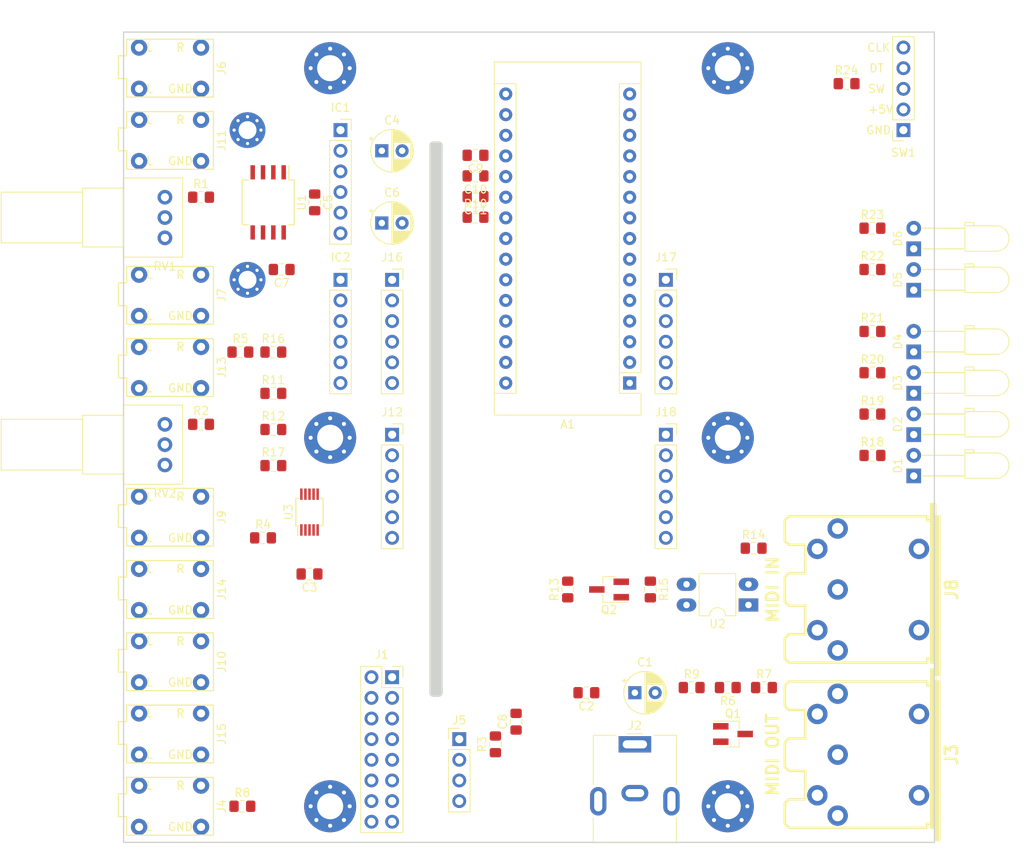
<source format=kicad_pcb>
(kicad_pcb (version 20171130) (host pcbnew "(5.0.0)")
  (layers (0 F.Cu signal) (31 B.Cu signal) (34 B.Paste user) (35 F.Paste user) (36 B.SilkS user) (37 F.SilkS user) (38 B.Mask user) (39 F.Mask user) (44 Edge.Cuts user))
  (net 0 "")
  (net 1 /TX)
  (net 2 "Net-(A1-Pad17)")
  (net 3 /RX)
  (net 4 Btn)
  (net 5 GND)
  (net 6 A1)
  (net 7 LED1)
  (net 8 A2)
  (net 9 LED2)
  (net 10 A3)
  (net 11 LED3)
  (net 12 /SDA)
  (net 13 LED4)
  (net 14 /SCL)
  (net 15 Gate1)
  (net 16 Gate2)
  (net 17 Gate3)
  (net 18 +5V)
  (net 19 Gate4)
  (net 20 LED-sel)
  (net 21 LED-sel2)
  (net 22 VCC)
  (net 23 /RDY-BSY)
  (net 24 /LDAC)
  (net 25 "Net-(D1-Pad2)")
  (net 26 "Net-(D2-Pad2)")
  (net 27 "Net-(D3-Pad2)")
  (net 28 "Net-(D4-Pad2)")
  (net 29 "Net-(D5-Pad2)")
  (net 30 "Net-(D6-Pad2)")
  (net 31 "Net-(IC1-Pad1)")
  (net 32 "Net-(IC2-Pad1)")
  (net 33 CV1Gain)
  (net 34 CV2Gain)
  (net 35 CV3)
  (net 36 CV4)
  (net 37 /MIDI-OUT)
  (net 38 /MIDI-IN)
  (net 39 "Net-(R1-Pad1)")
  (net 40 "Net-(R1-Pad2)")
  (net 41 "Net-(R2-Pad2)")
  (net 42 "Net-(R2-Pad1)")
  (net 43 CV1)
  (net 44 CV2)
  (net 45 "Net-(R14-Pad1)")
  (net 46 "Net-(R24-Pad2)")
  (net 47 "Net-(J1-Pad1)")
  (net 48 "Net-(J3-Pad4)")
  (net 49 "Net-(J4-PadT)")
  (net 50 "Net-(J8-Pad4)")
  (net 51 "Net-(J8-Pad5)")
  (net 52 A6)
  (net 53 A7)
  (net 54 "Net-(J1-Pad3)")
  (net 55 /12v)
  (net 56 /-12v)
  (module MountingHole:MountingHole_2.2mm_M2_Pad_Via (layer F.Cu) (at 40.64 37.465)
    (fp_text reference REF** hide)
    (fp_text value M2_MCP4725)
    (pad 1 thru_hole circle (at 0 0) (size 4.4 4.4) (drill 2.2) (layers *.Cu *.Mask))
    (pad 1 thru_hole circle (at 1.65 0) (size 0.7 0.7) (drill 0.4) (layers *.Cu *.Mask))
    (pad 1 thru_hole circle (at 1.166726 1.166726) (size 0.7 0.7) (drill 0.4) (layers *.Cu *.Mask))
    (pad 1 thru_hole circle (at 0 1.65) (size 0.7 0.7) (drill 0.4) (layers *.Cu *.Mask))
    (pad 1 thru_hole circle (at -1.166726 1.166726) (size 0.7 0.7) (drill 0.4) (layers *.Cu *.Mask))
    (pad 1 thru_hole circle (at -1.65 0) (size 0.7 0.7) (drill 0.4) (layers *.Cu *.Mask))
    (pad 1 thru_hole circle (at -1.166726 -1.166726) (size 0.7 0.7) (drill 0.4) (layers *.Cu *.Mask))
    (pad 1 thru_hole circle (at 0 -1.65) (size 0.7 0.7) (drill 0.4) (layers *.Cu *.Mask))
    (pad 1 thru_hole circle (at 1.166726 -1.166726) (size 0.7 0.7) (drill 0.4) (layers *.Cu *.Mask))
  )
  (module MountingHole:MountingHole_3.2mm_M3_Pad_Via (layer F.Cu) (at 99.695 120.65)
    (fp_text reference REF** hide)
    (fp_text value Mounting_3.2mm)
    (pad 1 thru_hole circle (at 0 0) (size 6.4 6.4) (drill 3.2) (layers *.Cu *.Mask))
    (pad 1 thru_hole circle (at 2.4 0) (size 0.8 0.8) (drill 0.5) (layers *.Cu *.Mask))
    (pad 1 thru_hole circle (at 1.697056 1.697056) (size 0.8 0.8) (drill 0.5) (layers *.Cu *.Mask))
    (pad 1 thru_hole circle (at 0 2.4) (size 0.8 0.8) (drill 0.5) (layers *.Cu *.Mask))
    (pad 1 thru_hole circle (at -1.697056 1.697056) (size 0.8 0.8) (drill 0.5) (layers *.Cu *.Mask))
    (pad 1 thru_hole circle (at -2.4 0) (size 0.8 0.8) (drill 0.5) (layers *.Cu *.Mask))
    (pad 1 thru_hole circle (at -1.697056 -1.697056) (size 0.8 0.8) (drill 0.5) (layers *.Cu *.Mask))
    (pad 1 thru_hole circle (at 0 -2.4) (size 0.8 0.8) (drill 0.5) (layers *.Cu *.Mask))
    (pad 1 thru_hole circle (at 1.697056 -1.697056) (size 0.8 0.8) (drill 0.5) (layers *.Cu *.Mask))
  )
  (module MountingHole:MountingHole_3.2mm_M3_Pad_Via (layer F.Cu) (at 99.695 29.845)
    (fp_text reference REF** hide)
    (fp_text value Mounting_3.2mm)
    (pad 1 thru_hole circle (at 0 0) (size 6.4 6.4) (drill 3.2) (layers *.Cu *.Mask))
    (pad 1 thru_hole circle (at 2.4 0) (size 0.8 0.8) (drill 0.5) (layers *.Cu *.Mask))
    (pad 1 thru_hole circle (at 1.697056 1.697056) (size 0.8 0.8) (drill 0.5) (layers *.Cu *.Mask))
    (pad 1 thru_hole circle (at 0 2.4) (size 0.8 0.8) (drill 0.5) (layers *.Cu *.Mask))
    (pad 1 thru_hole circle (at -1.697056 1.697056) (size 0.8 0.8) (drill 0.5) (layers *.Cu *.Mask))
    (pad 1 thru_hole circle (at -2.4 0) (size 0.8 0.8) (drill 0.5) (layers *.Cu *.Mask))
    (pad 1 thru_hole circle (at -1.697056 -1.697056) (size 0.8 0.8) (drill 0.5) (layers *.Cu *.Mask))
    (pad 1 thru_hole circle (at 0 -2.4) (size 0.8 0.8) (drill 0.5) (layers *.Cu *.Mask))
    (pad 1 thru_hole circle (at 1.697056 -1.697056) (size 0.8 0.8) (drill 0.5) (layers *.Cu *.Mask))
  )
  (module MountingHole:MountingHole_3.2mm_M3_Pad_Via (layer F.Cu) (at 99.695 75.311)
    (fp_text reference REF** hide)
    (fp_text value Mounting_3.2mm)
    (pad 1 thru_hole circle (at 1.697056 -1.697056) (size 0.8 0.8) (drill 0.5) (layers *.Cu *.Mask))
    (pad 1 thru_hole circle (at 0 -2.4) (size 0.8 0.8) (drill 0.5) (layers *.Cu *.Mask))
    (pad 1 thru_hole circle (at -1.697056 -1.697056) (size 0.8 0.8) (drill 0.5) (layers *.Cu *.Mask))
    (pad 1 thru_hole circle (at -2.4 0) (size 0.8 0.8) (drill 0.5) (layers *.Cu *.Mask))
    (pad 1 thru_hole circle (at -1.697056 1.697056) (size 0.8 0.8) (drill 0.5) (layers *.Cu *.Mask))
    (pad 1 thru_hole circle (at 0 2.4) (size 0.8 0.8) (drill 0.5) (layers *.Cu *.Mask))
    (pad 1 thru_hole circle (at 1.697056 1.697056) (size 0.8 0.8) (drill 0.5) (layers *.Cu *.Mask))
    (pad 1 thru_hole circle (at 2.4 0) (size 0.8 0.8) (drill 0.5) (layers *.Cu *.Mask))
    (pad 1 thru_hole circle (at 0 0) (size 6.4 6.4) (drill 3.2) (layers *.Cu *.Mask))
  )
  (module MountingHole:MountingHole_3.2mm_M3_Pad_Via (layer F.Cu) (at 50.8 120.65)
    (fp_text reference REF** hide)
    (fp_text value Mounting_3.2mm)
    (pad 1 thru_hole circle (at 1.697056 -1.697056) (size 0.8 0.8) (drill 0.5) (layers *.Cu *.Mask))
    (pad 1 thru_hole circle (at 0 -2.4) (size 0.8 0.8) (drill 0.5) (layers *.Cu *.Mask))
    (pad 1 thru_hole circle (at -1.697056 -1.697056) (size 0.8 0.8) (drill 0.5) (layers *.Cu *.Mask))
    (pad 1 thru_hole circle (at -2.4 0) (size 0.8 0.8) (drill 0.5) (layers *.Cu *.Mask))
    (pad 1 thru_hole circle (at -1.697056 1.697056) (size 0.8 0.8) (drill 0.5) (layers *.Cu *.Mask))
    (pad 1 thru_hole circle (at 0 2.4) (size 0.8 0.8) (drill 0.5) (layers *.Cu *.Mask))
    (pad 1 thru_hole circle (at 1.697056 1.697056) (size 0.8 0.8) (drill 0.5) (layers *.Cu *.Mask))
    (pad 1 thru_hole circle (at 2.4 0) (size 0.8 0.8) (drill 0.5) (layers *.Cu *.Mask))
    (pad 1 thru_hole circle (at 0 0) (size 6.4 6.4) (drill 3.2) (layers *.Cu *.Mask))
  )
  (module MountingHole:MountingHole_3.2mm_M3_Pad_Via (layer F.Cu) (at 50.8 75.311)
    (fp_text reference REF** hide)
    (fp_text value Mounting_3.2mm)
    (pad 1 thru_hole circle (at 0 0) (size 6.4 6.4) (drill 3.2) (layers *.Cu *.Mask))
    (pad 1 thru_hole circle (at 2.4 0) (size 0.8 0.8) (drill 0.5) (layers *.Cu *.Mask))
    (pad 1 thru_hole circle (at 1.697056 1.697056) (size 0.8 0.8) (drill 0.5) (layers *.Cu *.Mask))
    (pad 1 thru_hole circle (at 0 2.4) (size 0.8 0.8) (drill 0.5) (layers *.Cu *.Mask))
    (pad 1 thru_hole circle (at -1.697056 1.697056) (size 0.8 0.8) (drill 0.5) (layers *.Cu *.Mask))
    (pad 1 thru_hole circle (at -2.4 0) (size 0.8 0.8) (drill 0.5) (layers *.Cu *.Mask))
    (pad 1 thru_hole circle (at -1.697056 -1.697056) (size 0.8 0.8) (drill 0.5) (layers *.Cu *.Mask))
    (pad 1 thru_hole circle (at 0 -2.4) (size 0.8 0.8) (drill 0.5) (layers *.Cu *.Mask))
    (pad 1 thru_hole circle (at 1.697056 -1.697056) (size 0.8 0.8) (drill 0.5) (layers *.Cu *.Mask))
  )
  (module Module:Arduino_Nano (layer F.Cu) (at 87.63 68.58 180)
    (fp_text reference A1 (at 7.62 -5.08 180) (layer F.SilkS))
    (fp_text value Arduino_Nano_v3.x)
    (pad 1 thru_hole rect (at 0 0 180) (size 1.6 1.6) (drill 0.8) (layers *.Cu *.Mask) (net 1 /TX))
    (pad 17 thru_hole oval (at 15.24 33.02 180) (size 1.6 1.6) (drill 0.8) (layers *.Cu *.Mask) (net 2 "Net-(A1-Pad17)"))
    (pad 2 thru_hole oval (at 0 2.54 180) (size 1.6 1.6) (drill 0.8) (layers *.Cu *.Mask) (net 3 /RX))
    (pad 18 thru_hole oval (at 15.24 30.48 180) (size 1.6 1.6) (drill 0.8) (layers *.Cu *.Mask))
    (pad 3 thru_hole oval (at 0 5.08 180) (size 1.6 1.6) (drill 0.8) (layers *.Cu *.Mask))
    (pad 19 thru_hole oval (at 15.24 27.94 180) (size 1.6 1.6) (drill 0.8) (layers *.Cu *.Mask) (net 4 Btn))
    (pad 4 thru_hole oval (at 0 7.62 180) (size 1.6 1.6) (drill 0.8) (layers *.Cu *.Mask) (net 5 GND))
    (pad 20 thru_hole oval (at 15.24 25.4 180) (size 1.6 1.6) (drill 0.8) (layers *.Cu *.Mask) (net 6 A1))
    (pad 5 thru_hole oval (at 0 10.16 180) (size 1.6 1.6) (drill 0.8) (layers *.Cu *.Mask) (net 7 LED1))
    (pad 21 thru_hole oval (at 15.24 22.86 180) (size 1.6 1.6) (drill 0.8) (layers *.Cu *.Mask) (net 8 A2))
    (pad 6 thru_hole oval (at 0 12.7 180) (size 1.6 1.6) (drill 0.8) (layers *.Cu *.Mask) (net 9 LED2))
    (pad 22 thru_hole oval (at 15.24 20.32 180) (size 1.6 1.6) (drill 0.8) (layers *.Cu *.Mask) (net 10 A3))
    (pad 7 thru_hole oval (at 0 15.24 180) (size 1.6 1.6) (drill 0.8) (layers *.Cu *.Mask) (net 11 LED3))
    (pad 23 thru_hole oval (at 15.24 17.78 180) (size 1.6 1.6) (drill 0.8) (layers *.Cu *.Mask) (net 12 /SDA))
    (pad 8 thru_hole oval (at 0 17.78 180) (size 1.6 1.6) (drill 0.8) (layers *.Cu *.Mask) (net 13 LED4))
    (pad 24 thru_hole oval (at 15.24 15.24 180) (size 1.6 1.6) (drill 0.8) (layers *.Cu *.Mask) (net 14 /SCL))
    (pad 9 thru_hole oval (at 0 20.32 180) (size 1.6 1.6) (drill 0.8) (layers *.Cu *.Mask) (net 15 Gate1))
    (pad 25 thru_hole oval (at 15.24 12.7 180) (size 1.6 1.6) (drill 0.8) (layers *.Cu *.Mask) (net 52 A6))
    (pad 10 thru_hole oval (at 0 22.86 180) (size 1.6 1.6) (drill 0.8) (layers *.Cu *.Mask) (net 16 Gate2))
    (pad 26 thru_hole oval (at 15.24 10.16 180) (size 1.6 1.6) (drill 0.8) (layers *.Cu *.Mask) (net 53 A7))
    (pad 11 thru_hole oval (at 0 25.4 180) (size 1.6 1.6) (drill 0.8) (layers *.Cu *.Mask) (net 17 Gate3))
    (pad 27 thru_hole oval (at 15.24 7.62 180) (size 1.6 1.6) (drill 0.8) (layers *.Cu *.Mask) (net 18 +5V))
    (pad 12 thru_hole oval (at 0 27.94 180) (size 1.6 1.6) (drill 0.8) (layers *.Cu *.Mask) (net 19 Gate4))
    (pad 28 thru_hole oval (at 15.24 5.08 180) (size 1.6 1.6) (drill 0.8) (layers *.Cu *.Mask))
    (pad 13 thru_hole oval (at 0 30.48 180) (size 1.6 1.6) (drill 0.8) (layers *.Cu *.Mask) (net 20 LED-sel))
    (pad 29 thru_hole oval (at 15.24 2.54 180) (size 1.6 1.6) (drill 0.8) (layers *.Cu *.Mask) (net 5 GND))
    (pad 14 thru_hole oval (at 0 33.02 180) (size 1.6 1.6) (drill 0.8) (layers *.Cu *.Mask) (net 21 LED-sel2))
    (pad 30 thru_hole oval (at 15.24 0 180) (size 1.6 1.6) (drill 0.8) (layers *.Cu *.Mask) (net 22 VCC))
    (pad 15 thru_hole oval (at 0 35.56 180) (size 1.6 1.6) (drill 0.8) (layers *.Cu *.Mask) (net 23 /RDY-BSY))
    (pad 16 thru_hole oval (at 15.24 35.56 180) (size 1.6 1.6) (drill 0.8) (layers *.Cu *.Mask) (net 24 /LDAC))
  )
  (module Capacitor_THT:CP_Radial_D5.0mm_P2.50mm (layer F.Cu) (at 88.265 106.68)
    (fp_text reference C1 (at 1.25 -3.75) (layer F.SilkS))
    (fp_text value 100uF)
    (pad 1 thru_hole rect (at 0 0) (size 1.6 1.6) (drill 0.8) (layers *.Cu *.Mask) (net 22 VCC))
    (pad 2 thru_hole circle (at 2.5 0) (size 1.6 1.6) (drill 0.8) (layers *.Cu *.Mask) (net 5 GND))
  )
  (module Capacitor_SMD:C_0805_2012Metric_Pad1.15x1.40mm_HandSolder (layer F.Cu) (at 82.305 106.68 180)
    (fp_text reference C2 (at 0 -1.65 180) (layer F.SilkS))
    (fp_text value 100n)
    (pad 2 smd roundrect (at 1.025 0 180) (size 1.15 1.4) (layers F.Cu F.Paste F.Mask) (roundrect_rratio 0.217391) (net 5 GND))
    (pad 1 smd roundrect (at -1.025 0 180) (size 1.15 1.4) (layers F.Cu F.Paste F.Mask) (roundrect_rratio 0.217391) (net 22 VCC))
  )
  (module Capacitor_SMD:C_0805_2012Metric_Pad1.15x1.40mm_HandSolder (layer F.Cu) (at 48.26 92.075 180)
    (fp_text reference C3 (at 0 -1.65 180) (layer F.SilkS))
    (fp_text value 100n)
    (pad 1 smd roundrect (at -1.025 0 180) (size 1.15 1.4) (layers F.Cu F.Paste F.Mask) (roundrect_rratio 0.217391) (net 5 GND))
    (pad 2 smd roundrect (at 1.025 0 180) (size 1.15 1.4) (layers F.Cu F.Paste F.Mask) (roundrect_rratio 0.217391) (net 18 +5V))
  )
  (module Capacitor_SMD:C_0805_2012Metric_Pad1.15x1.40mm_HandSolder (layer F.Cu) (at 48.895 46.355 270)
    (fp_text reference C5 (at 0 -1.65 270) (layer F.SilkS))
    (fp_text value 100n)
    (pad 2 smd roundrect (at 1.025 0 270) (size 1.15 1.4) (layers F.Cu F.Paste F.Mask) (roundrect_rratio 0.217391) (net 55 /12v))
    (pad 1 smd roundrect (at -1.025 0 270) (size 1.15 1.4) (layers F.Cu F.Paste F.Mask) (roundrect_rratio 0.217391) (net 5 GND))
  )
  (module Capacitor_SMD:C_0805_2012Metric_Pad1.15x1.40mm_HandSolder (layer F.Cu) (at 44.84 54.61 180)
    (fp_text reference C7 (at 0 -1.65 180) (layer F.SilkS))
    (fp_text value 100n)
    (pad 2 smd roundrect (at 1.025 0 180) (size 1.15 1.4) (layers F.Cu F.Paste F.Mask) (roundrect_rratio 0.217391) (net 5 GND))
    (pad 1 smd roundrect (at -1.025 0 180) (size 1.15 1.4) (layers F.Cu F.Paste F.Mask) (roundrect_rratio 0.217391) (net 56 /-12v))
  )
  (module LED_THT:LED_D3.0mm_Horizontal_O6.35mm_Z6.0mm (layer F.Cu) (at 122.555 80.009999 90)
    (fp_text reference D1 (at 1.27 -1.96 90) (layer F.SilkS))
    (fp_text value LED1)
    (pad 1 thru_hole rect (at 0 0 90) (size 1.8 1.8) (drill 0.9) (layers *.Cu *.Mask) (net 5 GND))
    (pad 2 thru_hole circle (at 2.54 0 90) (size 1.8 1.8) (drill 0.9) (layers *.Cu *.Mask) (net 25 "Net-(D1-Pad2)"))
  )
  (module LED_THT:LED_D3.0mm_Horizontal_O6.35mm_Z6.0mm (layer F.Cu) (at 122.555 74.924285 90)
    (fp_text reference D2 (at 1.27 -1.96 90) (layer F.SilkS))
    (fp_text value LED2)
    (pad 2 thru_hole circle (at 2.54 0 90) (size 1.8 1.8) (drill 0.9) (layers *.Cu *.Mask) (net 26 "Net-(D2-Pad2)"))
    (pad 1 thru_hole rect (at 0 0 90) (size 1.8 1.8) (drill 0.9) (layers *.Cu *.Mask) (net 5 GND))
  )
  (module LED_THT:LED_D3.0mm_Horizontal_O6.35mm_Z6.0mm (layer F.Cu) (at 122.555 69.838571 90)
    (fp_text reference D3 (at 1.27 -1.96 90) (layer F.SilkS))
    (fp_text value LED3)
    (pad 1 thru_hole rect (at 0 0 90) (size 1.8 1.8) (drill 0.9) (layers *.Cu *.Mask) (net 5 GND))
    (pad 2 thru_hole circle (at 2.54 0 90) (size 1.8 1.8) (drill 0.9) (layers *.Cu *.Mask) (net 27 "Net-(D3-Pad2)"))
  )
  (module LED_THT:LED_D3.0mm_Horizontal_O6.35mm_Z6.0mm (layer F.Cu) (at 122.555 64.752857 90)
    (fp_text reference D4 (at 1.27 -1.96 90) (layer F.SilkS))
    (fp_text value LED4)
    (pad 2 thru_hole circle (at 2.54 0 90) (size 1.8 1.8) (drill 0.9) (layers *.Cu *.Mask) (net 28 "Net-(D4-Pad2)"))
    (pad 1 thru_hole rect (at 0 0 90) (size 1.8 1.8) (drill 0.9) (layers *.Cu *.Mask) (net 5 GND))
  )
  (module LED_THT:LED_D3.0mm_Horizontal_O6.35mm_Z6.0mm (layer F.Cu) (at 122.555 57.15 90)
    (fp_text reference D5 (at 1.27 -1.96 90) (layer F.SilkS))
    (fp_text value LEDset1)
    (pad 1 thru_hole rect (at 0 0 90) (size 1.8 1.8) (drill 0.9) (layers *.Cu *.Mask) (net 5 GND))
    (pad 2 thru_hole circle (at 2.54 0 90) (size 1.8 1.8) (drill 0.9) (layers *.Cu *.Mask) (net 29 "Net-(D5-Pad2)"))
  )
  (module LED_THT:LED_D3.0mm_Horizontal_O6.35mm_Z6.0mm (layer F.Cu) (at 122.555 52.07 90)
    (fp_text reference D6 (at 1.27 -1.96 90) (layer F.SilkS))
    (fp_text value LEDset2)
    (pad 2 thru_hole circle (at 2.54 0 90) (size 1.8 1.8) (drill 0.9) (layers *.Cu *.Mask) (net 30 "Net-(D6-Pad2)"))
    (pad 1 thru_hole rect (at 0 0 90) (size 1.8 1.8) (drill 0.9) (layers *.Cu *.Mask) (net 5 GND))
  )
  (module Connector_PinSocket_2.54mm:PinSocket_1x06_P2.54mm_Vertical (layer F.Cu) (at 52.07 37.465)
    (fp_text reference IC1 (at 0 -2.77) (layer F.SilkS))
    (fp_text value MCP4725module)
    (pad 6 thru_hole oval (at 0 12.7) (size 1.7 1.7) (drill 1) (layers *.Cu *.Mask) (net 5 GND))
    (pad 5 thru_hole oval (at 0 10.16) (size 1.7 1.7) (drill 1) (layers *.Cu *.Mask) (net 18 +5V))
    (pad 4 thru_hole oval (at 0 7.62) (size 1.7 1.7) (drill 1) (layers *.Cu *.Mask) (net 12 /SDA))
    (pad 3 thru_hole oval (at 0 5.08) (size 1.7 1.7) (drill 1) (layers *.Cu *.Mask) (net 14 /SCL))
    (pad 2 thru_hole oval (at 0 2.54) (size 1.7 1.7) (drill 1) (layers *.Cu *.Mask) (net 5 GND))
    (pad 1 thru_hole rect (at 0 0) (size 1.7 1.7) (drill 1) (layers *.Cu *.Mask) (net 31 "Net-(IC1-Pad1)"))
  )
  (module Connector_PinSocket_2.54mm:PinSocket_1x06_P2.54mm_Vertical (layer F.Cu) (at 52.07 55.88)
    (fp_text reference IC2 (at 0 -2.77) (layer F.SilkS))
    (fp_text value MCP4725module)
    (pad 1 thru_hole rect (at 0 0) (size 1.7 1.7) (drill 1) (layers *.Cu *.Mask) (net 32 "Net-(IC2-Pad1)"))
    (pad 2 thru_hole oval (at 0 2.54) (size 1.7 1.7) (drill 1) (layers *.Cu *.Mask) (net 5 GND))
    (pad 3 thru_hole oval (at 0 5.08) (size 1.7 1.7) (drill 1) (layers *.Cu *.Mask) (net 14 /SCL))
    (pad 4 thru_hole oval (at 0 7.62) (size 1.7 1.7) (drill 1) (layers *.Cu *.Mask) (net 12 /SDA))
    (pad 5 thru_hole oval (at 0 10.16) (size 1.7 1.7) (drill 1) (layers *.Cu *.Mask) (net 18 +5V))
    (pad 6 thru_hole oval (at 0 12.7) (size 1.7 1.7) (drill 1) (layers *.Cu *.Mask) (net 5 GND))
  )
  (module Package_TO_SOT_SMD:SOT-23_Handsoldering (layer F.Cu) (at 100.33 111.76)
    (fp_text reference Q1 (at 0 -2.5) (layer F.SilkS))
    (fp_text value MMBT2222A)
    (pad 1 smd rect (at -1.5 -0.95) (size 1.9 0.8) (layers F.Cu F.Paste F.Mask) (net 1 /TX))
    (pad 2 smd rect (at -1.5 0.95) (size 1.9 0.8) (layers F.Cu F.Paste F.Mask) (net 5 GND))
    (pad 3 smd rect (at 1.5 0) (size 1.9 0.8) (layers F.Cu F.Paste F.Mask) (net 37 /MIDI-OUT))
  )
  (module Package_TO_SOT_SMD:SOT-23_Handsoldering (layer F.Cu) (at 85.09 93.98 180)
    (fp_text reference Q2 (at 0 -2.5 180) (layer F.SilkS))
    (fp_text value MMBT2222A)
    (pad 3 smd rect (at 1.5 0 180) (size 1.9 0.8) (layers F.Cu F.Paste F.Mask) (net 3 /RX))
    (pad 2 smd rect (at -1.5 0.95 180) (size 1.9 0.8) (layers F.Cu F.Paste F.Mask) (net 5 GND))
    (pad 1 smd rect (at -1.5 -0.95 180) (size 1.9 0.8) (layers F.Cu F.Paste F.Mask) (net 38 /MIDI-IN))
  )
  (module Resistor_SMD:R_0805_2012Metric_Pad1.15x1.40mm_HandSolder (layer F.Cu) (at 34.925 45.72)
    (fp_text reference R1 (at 0 -1.65) (layer F.SilkS))
    (fp_text value 10k)
    (pad 1 smd roundrect (at -1.025 0) (size 1.15 1.4) (layers F.Cu F.Paste F.Mask) (roundrect_rratio 0.217391) (net 39 "Net-(R1-Pad1)"))
    (pad 2 smd roundrect (at 1.025 0) (size 1.15 1.4) (layers F.Cu F.Paste F.Mask) (roundrect_rratio 0.217391) (net 40 "Net-(R1-Pad2)"))
  )
  (module Resistor_SMD:R_0805_2012Metric_Pad1.15x1.40mm_HandSolder (layer F.Cu) (at 34.925 73.66)
    (fp_text reference R2 (at 0 -1.65) (layer F.SilkS))
    (fp_text value 10k)
    (pad 2 smd roundrect (at 1.025 0) (size 1.15 1.4) (layers F.Cu F.Paste F.Mask) (roundrect_rratio 0.217391) (net 41 "Net-(R2-Pad2)"))
    (pad 1 smd roundrect (at -1.025 0) (size 1.15 1.4) (layers F.Cu F.Paste F.Mask) (roundrect_rratio 0.217391) (net 42 "Net-(R2-Pad1)"))
  )
  (module Resistor_SMD:R_0805_2012Metric_Pad1.15x1.40mm_HandSolder (layer F.Cu) (at 71.12 113.03 90)
    (fp_text reference R3 (at 0 -1.65 90) (layer F.SilkS))
    (fp_text value 10M)
    (pad 2 smd roundrect (at 1.025 0 90) (size 1.15 1.4) (layers F.Cu F.Paste F.Mask) (roundrect_rratio 0.217391) (net 22 VCC))
    (pad 1 smd roundrect (at -1.025 0 90) (size 1.15 1.4) (layers F.Cu F.Paste F.Mask) (roundrect_rratio 0.217391) (net 18 +5V))
  )
  (module Resistor_SMD:R_0805_2012Metric_Pad1.15x1.40mm_HandSolder (layer F.Cu) (at 42.545 87.63)
    (fp_text reference R4 (at 0 -1.65) (layer F.SilkS))
    (fp_text value 10k)
    (pad 2 smd roundrect (at 1.025 0) (size 1.15 1.4) (layers F.Cu F.Paste F.Mask) (roundrect_rratio 0.217391) (net 43 CV1))
    (pad 1 smd roundrect (at -1.025 0) (size 1.15 1.4) (layers F.Cu F.Paste F.Mask) (roundrect_rratio 0.217391) (net 40 "Net-(R1-Pad2)"))
  )
  (module Resistor_SMD:R_0805_2012Metric_Pad1.15x1.40mm_HandSolder (layer F.Cu) (at 39.76 64.77)
    (fp_text reference R5 (at 0 -1.65) (layer F.SilkS))
    (fp_text value 10k)
    (pad 1 smd roundrect (at -1.025 0) (size 1.15 1.4) (layers F.Cu F.Paste F.Mask) (roundrect_rratio 0.217391) (net 41 "Net-(R2-Pad2)"))
    (pad 2 smd roundrect (at 1.025 0) (size 1.15 1.4) (layers F.Cu F.Paste F.Mask) (roundrect_rratio 0.217391) (net 44 CV2))
  )
  (module Resistor_SMD:R_0805_2012Metric_Pad1.15x1.40mm_HandSolder (layer F.Cu) (at 99.695 106.045 180)
    (fp_text reference R6 (at 0 -1.65 180) (layer F.SilkS))
    (fp_text value 1k)
    (pad 1 smd roundrect (at -1.025 0 180) (size 1.15 1.4) (layers F.Cu F.Paste F.Mask) (roundrect_rratio 0.217391) (net 37 /MIDI-OUT))
    (pad 2 smd roundrect (at 1.025 0 180) (size 1.15 1.4) (layers F.Cu F.Paste F.Mask) (roundrect_rratio 0.217391) (net 18 +5V))
  )
  (module Resistor_SMD:R_0805_2012Metric_Pad1.15x1.40mm_HandSolder (layer F.Cu) (at 104.14 106.045)
    (fp_text reference R7 (at 0 -1.65) (layer F.SilkS))
    (fp_text value 220R)
    (pad 2 smd roundrect (at 1.025 0) (size 1.15 1.4) (layers F.Cu F.Paste F.Mask) (roundrect_rratio 0.217391) (net 48 "Net-(J3-Pad4)"))
    (pad 1 smd roundrect (at -1.025 0) (size 1.15 1.4) (layers F.Cu F.Paste F.Mask) (roundrect_rratio 0.217391) (net 37 /MIDI-OUT))
  )
  (module Resistor_SMD:R_0805_2012Metric_Pad1.15x1.40mm_HandSolder (layer F.Cu) (at 40.005 120.65)
    (fp_text reference R8 (at 0 -1.65) (layer F.SilkS))
    (fp_text value 10k)
    (pad 2 smd roundrect (at 1.025 0) (size 1.15 1.4) (layers F.Cu F.Paste F.Mask) (roundrect_rratio 0.217391) (net 10 A3))
    (pad 1 smd roundrect (at -1.025 0) (size 1.15 1.4) (layers F.Cu F.Paste F.Mask) (roundrect_rratio 0.217391) (net 49 "Net-(J4-PadT)"))
  )
  (module Resistor_SMD:R_0805_2012Metric_Pad1.15x1.40mm_HandSolder (layer F.Cu) (at 95.25 106.045)
    (fp_text reference R9 (at 0 -1.65) (layer F.SilkS))
    (fp_text value 1k)
    (pad 2 smd roundrect (at 1.025 0) (size 1.15 1.4) (layers F.Cu F.Paste F.Mask) (roundrect_rratio 0.217391) (net 1 /TX))
    (pad 1 smd roundrect (at -1.025 0) (size 1.15 1.4) (layers F.Cu F.Paste F.Mask) (roundrect_rratio 0.217391) (net 5 GND))
  )
  (module Resistor_SMD:R_0805_2012Metric_Pad1.15x1.40mm_HandSolder (layer F.Cu) (at 68.673317 48.180764)
    (fp_text reference R10 (at 0 -1.65) (layer F.SilkS))
    (fp_text value 10k)
    (pad 1 smd roundrect (at -1.025 0) (size 1.15 1.4) (layers F.Cu F.Paste F.Mask) (roundrect_rratio 0.217391) (net 5 GND))
    (pad 2 smd roundrect (at 1.025 0) (size 1.15 1.4) (layers F.Cu F.Paste F.Mask) (roundrect_rratio 0.217391) (net 10 A3))
  )
  (module Resistor_SMD:R_0805_2012Metric_Pad1.15x1.40mm_HandSolder (layer F.Cu) (at 43.815 69.85)
    (fp_text reference R11 (at 0 -1.65) (layer F.SilkS))
    (fp_text value 8k2)
    (pad 2 smd roundrect (at 1.025 0) (size 1.15 1.4) (layers F.Cu F.Paste F.Mask) (roundrect_rratio 0.217391) (net 18 +5V))
    (pad 1 smd roundrect (at -1.025 0) (size 1.15 1.4) (layers F.Cu F.Paste F.Mask) (roundrect_rratio 0.217391) (net 12 /SDA))
  )
  (module Resistor_SMD:R_0805_2012Metric_Pad1.15x1.40mm_HandSolder (layer F.Cu) (at 43.815 74.295)
    (fp_text reference R12 (at 0 -1.65) (layer F.SilkS))
    (fp_text value 8k2)
    (pad 1 smd roundrect (at -1.025 0) (size 1.15 1.4) (layers F.Cu F.Paste F.Mask) (roundrect_rratio 0.217391) (net 14 /SCL))
    (pad 2 smd roundrect (at 1.025 0) (size 1.15 1.4) (layers F.Cu F.Paste F.Mask) (roundrect_rratio 0.217391) (net 18 +5V))
  )
  (module Resistor_SMD:R_0805_2012Metric_Pad1.15x1.40mm_HandSolder (layer F.Cu) (at 80.01 93.98 90)
    (fp_text reference R13 (at 0 -1.65 90) (layer F.SilkS))
    (fp_text value 1k)
    (pad 1 smd roundrect (at -1.025 0 90) (size 1.15 1.4) (layers F.Cu F.Paste F.Mask) (roundrect_rratio 0.217391) (net 3 /RX))
    (pad 2 smd roundrect (at 1.025 0 90) (size 1.15 1.4) (layers F.Cu F.Paste F.Mask) (roundrect_rratio 0.217391) (net 18 +5V))
  )
  (module Resistor_SMD:R_0805_2012Metric_Pad1.15x1.40mm_HandSolder (layer F.Cu) (at 102.87 88.9)
    (fp_text reference R14 (at 0 -1.65) (layer F.SilkS))
    (fp_text value 220R)
    (pad 1 smd roundrect (at -1.025 0) (size 1.15 1.4) (layers F.Cu F.Paste F.Mask) (roundrect_rratio 0.217391) (net 45 "Net-(R14-Pad1)"))
    (pad 2 smd roundrect (at 1.025 0) (size 1.15 1.4) (layers F.Cu F.Paste F.Mask) (roundrect_rratio 0.217391) (net 50 "Net-(J8-Pad4)"))
  )
  (module Resistor_SMD:R_0805_2012Metric_Pad1.15x1.40mm_HandSolder (layer F.Cu) (at 90.17 93.98 270)
    (fp_text reference R15 (at 0 -1.65 270) (layer F.SilkS))
    (fp_text value 1k)
    (pad 2 smd roundrect (at 1.025 0 270) (size 1.15 1.4) (layers F.Cu F.Paste F.Mask) (roundrect_rratio 0.217391) (net 38 /MIDI-IN))
    (pad 1 smd roundrect (at -1.025 0 270) (size 1.15 1.4) (layers F.Cu F.Paste F.Mask) (roundrect_rratio 0.217391) (net 5 GND))
  )
  (module Resistor_SMD:R_0805_2012Metric_Pad1.15x1.40mm_HandSolder (layer F.Cu) (at 43.815 64.77)
    (fp_text reference R16 (at 0 -1.65) (layer F.SilkS))
    (fp_text value 0R)
    (pad 1 smd roundrect (at -1.025 0) (size 1.15 1.4) (layers F.Cu F.Paste F.Mask) (roundrect_rratio 0.217391) (net 44 CV2))
    (pad 2 smd roundrect (at 1.025 0) (size 1.15 1.4) (layers F.Cu F.Paste F.Mask) (roundrect_rratio 0.217391) (net 31 "Net-(IC1-Pad1)"))
  )
  (module Resistor_SMD:R_0805_2012Metric_Pad1.15x1.40mm_HandSolder (layer F.Cu) (at 43.815 78.74)
    (fp_text reference R17 (at 0 -1.65) (layer F.SilkS))
    (fp_text value 0R)
    (pad 2 smd roundrect (at 1.025 0) (size 1.15 1.4) (layers F.Cu F.Paste F.Mask) (roundrect_rratio 0.217391) (net 32 "Net-(IC2-Pad1)"))
    (pad 1 smd roundrect (at -1.025 0) (size 1.15 1.4) (layers F.Cu F.Paste F.Mask) (roundrect_rratio 0.217391) (net 43 CV1))
  )
  (module Resistor_SMD:R_0805_2012Metric_Pad1.15x1.40mm_HandSolder (layer F.Cu) (at 117.475 77.487142)
    (fp_text reference R18 (at 0 -1.65) (layer F.SilkS))
    (fp_text value 680R)
    (pad 1 smd roundrect (at -1.025 0) (size 1.15 1.4) (layers F.Cu F.Paste F.Mask) (roundrect_rratio 0.217391) (net 7 LED1))
    (pad 2 smd roundrect (at 1.025 0) (size 1.15 1.4) (layers F.Cu F.Paste F.Mask) (roundrect_rratio 0.217391) (net 25 "Net-(D1-Pad2)"))
  )
  (module Resistor_SMD:R_0805_2012Metric_Pad1.15x1.40mm_HandSolder (layer F.Cu) (at 117.475 72.401428)
    (fp_text reference R19 (at 0 -1.65) (layer F.SilkS))
    (fp_text value 680R)
    (pad 2 smd roundrect (at 1.025 0) (size 1.15 1.4) (layers F.Cu F.Paste F.Mask) (roundrect_rratio 0.217391) (net 26 "Net-(D2-Pad2)"))
    (pad 1 smd roundrect (at -1.025 0) (size 1.15 1.4) (layers F.Cu F.Paste F.Mask) (roundrect_rratio 0.217391) (net 9 LED2))
  )
  (module Resistor_SMD:R_0805_2012Metric_Pad1.15x1.40mm_HandSolder (layer F.Cu) (at 117.475 67.315714)
    (fp_text reference R20 (at 0 -1.65) (layer F.SilkS))
    (fp_text value 680R)
    (pad 2 smd roundrect (at 1.025 0) (size 1.15 1.4) (layers F.Cu F.Paste F.Mask) (roundrect_rratio 0.217391) (net 27 "Net-(D3-Pad2)"))
    (pad 1 smd roundrect (at -1.025 0) (size 1.15 1.4) (layers F.Cu F.Paste F.Mask) (roundrect_rratio 0.217391) (net 11 LED3))
  )
  (module Resistor_SMD:R_0805_2012Metric_Pad1.15x1.40mm_HandSolder (layer F.Cu) (at 117.475 62.23)
    (fp_text reference R21 (at 0 -1.65) (layer F.SilkS))
    (fp_text value 680R)
    (pad 1 smd roundrect (at -1.025 0) (size 1.15 1.4) (layers F.Cu F.Paste F.Mask) (roundrect_rratio 0.217391) (net 13 LED4))
    (pad 2 smd roundrect (at 1.025 0) (size 1.15 1.4) (layers F.Cu F.Paste F.Mask) (roundrect_rratio 0.217391) (net 28 "Net-(D4-Pad2)"))
  )
  (module Resistor_SMD:R_0805_2012Metric_Pad1.15x1.40mm_HandSolder (layer F.Cu) (at 117.475 54.61)
    (fp_text reference R22 (at 0 -1.65) (layer F.SilkS))
    (fp_text value 680R)
    (pad 1 smd roundrect (at -1.025 0) (size 1.15 1.4) (layers F.Cu F.Paste F.Mask) (roundrect_rratio 0.217391) (net 20 LED-sel))
    (pad 2 smd roundrect (at 1.025 0) (size 1.15 1.4) (layers F.Cu F.Paste F.Mask) (roundrect_rratio 0.217391) (net 29 "Net-(D5-Pad2)"))
  )
  (module Resistor_SMD:R_0805_2012Metric_Pad1.15x1.40mm_HandSolder (layer F.Cu) (at 117.475 49.53)
    (fp_text reference R23 (at 0 -1.65) (layer F.SilkS))
    (fp_text value 680R)
    (pad 1 smd roundrect (at -1.025 0) (size 1.15 1.4) (layers F.Cu F.Paste F.Mask) (roundrect_rratio 0.217391) (net 21 LED-sel2))
    (pad 2 smd roundrect (at 1.025 0) (size 1.15 1.4) (layers F.Cu F.Paste F.Mask) (roundrect_rratio 0.217391) (net 30 "Net-(D6-Pad2)"))
  )
  (module Resistor_SMD:R_0805_2012Metric_Pad1.15x1.40mm_HandSolder (layer F.Cu) (at 114.3 31.75)
    (fp_text reference R24 (at 0 -1.65) (layer F.SilkS))
    (fp_text value 10k)
    (pad 2 smd roundrect (at 1.025 0) (size 1.15 1.4) (layers F.Cu F.Paste F.Mask) (roundrect_rratio 0.217391) (net 46 "Net-(R24-Pad2)"))
    (pad 1 smd roundrect (at -1.025 0) (size 1.15 1.4) (layers F.Cu F.Paste F.Mask) (roundrect_rratio 0.217391) (net 4 Btn))
  )
  (module Potentiometer_THT:Potentiometer_Alps_RK097_Single_Horizontal (layer F.Cu) (at 30.48 45.72 180)
    (fp_text reference RV1 (at 0 -8.5 180) (layer F.SilkS))
    (fp_text value 10k)
    (pad 3 thru_hole circle (at 0 -5 180) (size 1.8 1.8) (drill 1) (layers *.Cu *.Mask) (net 33 CV1Gain))
    (pad 2 thru_hole circle (at 0 -2.5 180) (size 1.8 1.8) (drill 1) (layers *.Cu *.Mask) (net 33 CV1Gain))
    (pad 1 thru_hole circle (at 0 0 180) (size 1.8 1.8) (drill 1) (layers *.Cu *.Mask) (net 39 "Net-(R1-Pad1)"))
  )
  (module Potentiometer_THT:Potentiometer_Alps_RK097_Single_Horizontal (layer F.Cu) (at 30.48 73.66 180)
    (fp_text reference RV2 (at 0 -8.5 180) (layer F.SilkS))
    (fp_text value 10k)
    (pad 1 thru_hole circle (at 0 0 180) (size 1.8 1.8) (drill 1) (layers *.Cu *.Mask) (net 42 "Net-(R2-Pad1)"))
    (pad 2 thru_hole circle (at 0 -2.5 180) (size 1.8 1.8) (drill 1) (layers *.Cu *.Mask) (net 34 CV2Gain))
    (pad 3 thru_hole circle (at 0 -5 180) (size 1.8 1.8) (drill 1) (layers *.Cu *.Mask) (net 34 CV2Gain))
  )
  (module Package_SO:SO-8_5.3x6.2mm_P1.27mm (layer F.Cu) (at 43.18 46.355 270)
    (fp_text reference U1 (at 0 -4.13 270) (layer F.SilkS))
    (fp_text value TL072)
    (pad 1 smd rect (at -3.7 -1.905 270) (size 1.75 0.55) (layers F.Cu F.Paste F.Mask) (net 33 CV1Gain))
    (pad 2 smd rect (at -3.7 -0.635 270) (size 1.75 0.55) (layers F.Cu F.Paste F.Mask) (net 5 GND))
    (pad 3 smd rect (at -3.7 0.635 270) (size 1.75 0.55) (layers F.Cu F.Paste F.Mask) (net 40 "Net-(R1-Pad2)"))
    (pad 4 smd rect (at -3.7 1.905 270) (size 1.75 0.55) (layers F.Cu F.Paste F.Mask) (net 56 /-12v))
    (pad 5 smd rect (at 3.7 1.905 270) (size 1.75 0.55) (layers F.Cu F.Paste F.Mask) (net 41 "Net-(R2-Pad2)"))
    (pad 6 smd rect (at 3.7 0.635 270) (size 1.75 0.55) (layers F.Cu F.Paste F.Mask) (net 5 GND))
    (pad 7 smd rect (at 3.7 -0.635 270) (size 1.75 0.55) (layers F.Cu F.Paste F.Mask) (net 34 CV2Gain))
    (pad 8 smd rect (at 3.7 -1.905 270) (size 1.75 0.55) (layers F.Cu F.Paste F.Mask) (net 55 /12v))
  )
  (module Package_DIP:DIP-4_W7.62mm_LongPads (layer F.Cu) (at 102.235 95.885 180)
    (fp_text reference U2 (at 3.81 -2.33 180) (layer F.SilkS))
    (fp_text value EL814)
    (pad 1 thru_hole rect (at 0 0 180) (size 2.4 1.6) (drill 0.8) (layers *.Cu *.Mask) (net 45 "Net-(R14-Pad1)"))
    (pad 3 thru_hole oval (at 7.62 2.54 180) (size 2.4 1.6) (drill 0.8) (layers *.Cu *.Mask) (net 38 /MIDI-IN))
    (pad 2 thru_hole oval (at 0 2.54 180) (size 2.4 1.6) (drill 0.8) (layers *.Cu *.Mask) (net 51 "Net-(J8-Pad5)"))
    (pad 4 thru_hole oval (at 7.62 0 180) (size 2.4 1.6) (drill 0.8) (layers *.Cu *.Mask) (net 18 +5V))
  )
  (module Package_SO:MSOP-10_3x3mm_P0.5mm (layer F.Cu) (at 48.26 84.455 90)
    (fp_text reference U3 (at 0 -2.6 90) (layer F.SilkS))
    (fp_text value MCP4728)
    (pad 1 smd rect (at -2.2 -1 90) (size 1.4 0.3) (layers F.Cu F.Paste F.Mask) (net 18 +5V))
    (pad 2 smd rect (at -2.2 -0.5 90) (size 1.4 0.3) (layers F.Cu F.Paste F.Mask) (net 14 /SCL))
    (pad 3 smd rect (at -2.2 0 90) (size 1.4 0.3) (layers F.Cu F.Paste F.Mask) (net 12 /SDA))
    (pad 4 smd rect (at -2.2 0.5 90) (size 1.4 0.3) (layers F.Cu F.Paste F.Mask) (net 24 /LDAC))
    (pad 5 smd rect (at -2.2 1 90) (size 1.4 0.3) (layers F.Cu F.Paste F.Mask) (net 23 /RDY-BSY))
    (pad 6 smd rect (at 2.2 1 90) (size 1.4 0.3) (layers F.Cu F.Paste F.Mask) (net 43 CV1))
    (pad 7 smd rect (at 2.2 0.5 90) (size 1.4 0.3) (layers F.Cu F.Paste F.Mask) (net 44 CV2))
    (pad 8 smd rect (at 2.2 0 90) (size 1.4 0.3) (layers F.Cu F.Paste F.Mask) (net 35 CV3))
    (pad 9 smd rect (at 2.2 -0.5 90) (size 1.4 0.3) (layers F.Cu F.Paste F.Mask) (net 36 CV4))
    (pad 10 smd rect (at 2.2 -1 90) (size 1.4 0.3) (layers F.Cu F.Paste F.Mask) (net 5 GND))
  )
  (module Connector_Audio:AudioJack3StereoNarrow-PJ-321 (layer F.Cu) (at 31.115 29.845)
    (fp_text reference J6 (at 6.35 0 90) (layer F.SilkS))
    (fp_text value CV1)
    (fp_text user R (at 1.27 -2.54) (layer F.SilkS))
    (fp_text user L (at -2.54 -2.54) (layer F.SilkS))
    (fp_text user L (at -2.54 2.54) (layer F.SilkS))
    (fp_text user GND (at 1.27 2.54) (layer F.SilkS))
    (pad T thru_hole circle (at -3.81 -2.54) (size 2 2) (drill 1) (layers *.Cu *.Mask) (net 33 CV1Gain))
    (pad T thru_hole circle (at -3.81 2.54) (size 2 2) (drill 1) (layers *.Cu *.Mask) (net 33 CV1Gain))
    (pad R thru_hole circle (at 3.81 -2.54) (size 2 2) (drill 1) (layers *.Cu *.Mask))
    (pad S thru_hole circle (at 3.81 2.54) (size 2 2) (drill 1) (layers *.Cu *.Mask) (net 5 GND))
  )
  (module Connector_Audio:AudioJack3StereoNarrow-PJ-321 (layer F.Cu) (at 31.115 85.09)
    (fp_text reference J9 (at 6.35 0 90) (layer F.SilkS))
    (fp_text value CV3)
    (fp_text user R (at 1.27 -2.54) (layer F.SilkS))
    (fp_text user L (at -2.54 -2.54) (layer F.SilkS))
    (fp_text user L (at -2.54 2.54) (layer F.SilkS))
    (fp_text user GND (at 1.27 2.54) (layer F.SilkS))
    (pad T thru_hole circle (at -3.81 -2.54) (size 2 2) (drill 1) (layers *.Cu *.Mask) (net 35 CV3))
    (pad T thru_hole circle (at -3.81 2.54) (size 2 2) (drill 1) (layers *.Cu *.Mask) (net 35 CV3))
    (pad R thru_hole circle (at 3.81 -2.54) (size 2 2) (drill 1) (layers *.Cu *.Mask))
    (pad S thru_hole circle (at 3.81 2.54) (size 2 2) (drill 1) (layers *.Cu *.Mask) (net 5 GND))
  )
  (module Connector_Audio:AudioJack3StereoNarrow-PJ-321 (layer F.Cu) (at 31.115 102.87)
    (fp_text reference J10 (at 6.35 0 90) (layer F.SilkS))
    (fp_text value CV4)
    (fp_text user GND (at 1.27 2.54) (layer F.SilkS))
    (fp_text user L (at -2.54 2.54) (layer F.SilkS))
    (fp_text user L (at -2.54 -2.54) (layer F.SilkS))
    (fp_text user R (at 1.27 -2.54) (layer F.SilkS))
    (pad S thru_hole circle (at 3.81 2.54) (size 2 2) (drill 1) (layers *.Cu *.Mask) (net 5 GND))
    (pad R thru_hole circle (at 3.81 -2.54) (size 2 2) (drill 1) (layers *.Cu *.Mask))
    (pad T thru_hole circle (at -3.81 2.54) (size 2 2) (drill 1) (layers *.Cu *.Mask) (net 36 CV4))
    (pad T thru_hole circle (at -3.81 -2.54) (size 2 2) (drill 1) (layers *.Cu *.Mask) (net 36 CV4))
  )
  (module Connector_Audio:AudioJack3StereoNarrow-PJ-321 (layer F.Cu) (at 31.115 38.735)
    (fp_text reference J11 (at 6.35 0 90) (layer F.SilkS))
    (fp_text value Gate1)
    (fp_text user R (at 1.27 -2.54) (layer F.SilkS))
    (fp_text user L (at -2.54 -2.54) (layer F.SilkS))
    (fp_text user L (at -2.54 2.54) (layer F.SilkS))
    (fp_text user GND (at 1.27 2.54) (layer F.SilkS))
    (pad T thru_hole circle (at -3.81 -2.54) (size 2 2) (drill 1) (layers *.Cu *.Mask) (net 15 Gate1))
    (pad T thru_hole circle (at -3.81 2.54) (size 2 2) (drill 1) (layers *.Cu *.Mask) (net 15 Gate1))
    (pad R thru_hole circle (at 3.81 -2.54) (size 2 2) (drill 1) (layers *.Cu *.Mask))
    (pad S thru_hole circle (at 3.81 2.54) (size 2 2) (drill 1) (layers *.Cu *.Mask) (net 5 GND))
  )
  (module Connector_Audio:AudioJack3StereoNarrow-PJ-321 (layer F.Cu) (at 31.115 66.675)
    (fp_text reference J13 (at 6.35 0 90) (layer F.SilkS))
    (fp_text value Gate2)
    (fp_text user R (at 1.27 -2.54) (layer F.SilkS))
    (fp_text user L (at -2.54 -2.54) (layer F.SilkS))
    (fp_text user L (at -2.54 2.54) (layer F.SilkS))
    (fp_text user GND (at 1.27 2.54) (layer F.SilkS))
    (pad T thru_hole circle (at -3.81 -2.54) (size 2 2) (drill 1) (layers *.Cu *.Mask) (net 16 Gate2))
    (pad T thru_hole circle (at -3.81 2.54) (size 2 2) (drill 1) (layers *.Cu *.Mask) (net 16 Gate2))
    (pad R thru_hole circle (at 3.81 -2.54) (size 2 2) (drill 1) (layers *.Cu *.Mask))
    (pad S thru_hole circle (at 3.81 2.54) (size 2 2) (drill 1) (layers *.Cu *.Mask) (net 5 GND))
  )
  (module Rotary_Encoder:KY-40-rotary-encoder-board (layer F.Cu) (at 121.285 37.465 180)
    (fp_text reference SW1 (at 0 -2.77 180) (layer F.SilkS))
    (fp_text value KY40_Rotary_Encoder_Module)
    (fp_text user CLK (at 3.048 10.16 180) (layer F.SilkS))
    (fp_text user DT (at 3.302 7.62 180) (layer F.SilkS))
    (fp_text user SW (at 3.302 5.08 180) (layer F.SilkS))
    (fp_text user +5V (at 2.794 2.54 180) (layer F.SilkS))
    (fp_text user GND (at 3.048 0 180) (layer F.SilkS))
    (pad GND thru_hole rect (at 0 0 180) (size 1.7 1.7) (drill 1) (layers *.Cu *.Mask) (net 5 GND))
    (pad 5V thru_hole oval (at 0 2.54 180) (size 1.7 1.7) (drill 1) (layers *.Cu *.Mask) (net 18 +5V))
    (pad SW thru_hole oval (at 0 5.08 180) (size 1.7 1.7) (drill 1) (layers *.Cu *.Mask) (net 46 "Net-(R24-Pad2)"))
    (pad DT thru_hole oval (at 0 7.62 180) (size 1.7 1.7) (drill 1) (layers *.Cu *.Mask) (net 8 A2))
    (pad CLK thru_hole oval (at 0 10.16 180) (size 1.7 1.7) (drill 1) (layers *.Cu *.Mask) (net 6 A1))
  )
  (module MountingHole:MountingHole_3.2mm_M3_Pad_Via (layer F.Cu) (at 50.8 29.845)
    (fp_text reference REF** hide)
    (fp_text value Mounting_3.2mm)
    (pad 1 thru_hole circle (at 1.697056 -1.697056) (size 0.8 0.8) (drill 0.5) (layers *.Cu *.Mask))
    (pad 1 thru_hole circle (at 0 -2.4) (size 0.8 0.8) (drill 0.5) (layers *.Cu *.Mask))
    (pad 1 thru_hole circle (at -1.697056 -1.697056) (size 0.8 0.8) (drill 0.5) (layers *.Cu *.Mask))
    (pad 1 thru_hole circle (at -2.4 0) (size 0.8 0.8) (drill 0.5) (layers *.Cu *.Mask))
    (pad 1 thru_hole circle (at -1.697056 1.697056) (size 0.8 0.8) (drill 0.5) (layers *.Cu *.Mask))
    (pad 1 thru_hole circle (at 0 2.4) (size 0.8 0.8) (drill 0.5) (layers *.Cu *.Mask))
    (pad 1 thru_hole circle (at 1.697056 1.697056) (size 0.8 0.8) (drill 0.5) (layers *.Cu *.Mask))
    (pad 1 thru_hole circle (at 2.4 0) (size 0.8 0.8) (drill 0.5) (layers *.Cu *.Mask))
    (pad 1 thru_hole circle (at 0 0) (size 6.4 6.4) (drill 3.2) (layers *.Cu *.Mask))
  )
  (module Capacitor_SMD:C_0805_2012Metric_Pad1.15x1.40mm_HandSolder (layer F.Cu) (at 73.66 110.245 90)
    (fp_text reference C8 (at 0 -1.65 90) (layer F.SilkS))
    (fp_text value C)
    (pad 2 smd roundrect (at 1.025 0 90) (size 1.15 1.4) (layers F.Cu F.Paste F.Mask) (roundrect_rratio 0.217391) (net 2 "Net-(A1-Pad17)"))
    (pad 1 smd roundrect (at -1.025 0 90) (size 1.15 1.4) (layers F.Cu F.Paste F.Mask) (roundrect_rratio 0.217391) (net 5 GND))
  )
  (module Capacitor_SMD:C_0805_2012Metric_Pad1.15x1.40mm_HandSolder (layer F.Cu) (at 68.673317 40.560764 180)
    (fp_text reference C9 (at 0 -1.65 180) (layer F.SilkS))
    (fp_text value 10n)
    (pad 1 smd roundrect (at -1.025 0 180) (size 1.15 1.4) (layers F.Cu F.Paste F.Mask) (roundrect_rratio 0.217391) (net 4 Btn))
    (pad 2 smd roundrect (at 1.025 0 180) (size 1.15 1.4) (layers F.Cu F.Paste F.Mask) (roundrect_rratio 0.217391) (net 5 GND))
  )
  (module Capacitor_SMD:C_0805_2012Metric_Pad1.15x1.40mm_HandSolder (layer F.Cu) (at 68.673317 43.100764 180)
    (fp_text reference C10 (at 0 -1.65 180) (layer F.SilkS))
    (fp_text value 10n)
    (pad 2 smd roundrect (at 1.025 0 180) (size 1.15 1.4) (layers F.Cu F.Paste F.Mask) (roundrect_rratio 0.217391) (net 5 GND))
    (pad 1 smd roundrect (at -1.025 0 180) (size 1.15 1.4) (layers F.Cu F.Paste F.Mask) (roundrect_rratio 0.217391) (net 6 A1))
  )
  (module Capacitor_SMD:C_0805_2012Metric_Pad1.15x1.40mm_HandSolder (layer F.Cu) (at 68.673317 45.640764 180)
    (fp_text reference C11 (at 0 -1.65 180) (layer F.SilkS))
    (fp_text value 10n)
    (pad 1 smd roundrect (at -1.025 0 180) (size 1.15 1.4) (layers F.Cu F.Paste F.Mask) (roundrect_rratio 0.217391) (net 8 A2))
    (pad 2 smd roundrect (at 1.025 0 180) (size 1.15 1.4) (layers F.Cu F.Paste F.Mask) (roundrect_rratio 0.217391) (net 5 GND))
  )
  (module Connector_Audio:AudioJack3StereoNarrow-PJ-321 (layer F.Cu) (at 31.115 93.98)
    (fp_text reference J14 (at 6.35 0 90) (layer F.SilkS))
    (fp_text value Gate3)
    (fp_text user GND (at 1.27 2.54) (layer F.SilkS))
    (fp_text user L (at -2.54 2.54) (layer F.SilkS))
    (fp_text user L (at -2.54 -2.54) (layer F.SilkS))
    (fp_text user R (at 1.27 -2.54) (layer F.SilkS))
    (pad S thru_hole circle (at 3.81 2.54) (size 2 2) (drill 1) (layers *.Cu *.Mask) (net 5 GND))
    (pad R thru_hole circle (at 3.81 -2.54) (size 2 2) (drill 1) (layers *.Cu *.Mask))
    (pad T thru_hole circle (at -3.81 2.54) (size 2 2) (drill 1) (layers *.Cu *.Mask) (net 17 Gate3))
    (pad T thru_hole circle (at -3.81 -2.54) (size 2 2) (drill 1) (layers *.Cu *.Mask) (net 17 Gate3))
  )
  (module Connector_Audio:AudioJack3StereoNarrow-PJ-321 (layer F.Cu) (at 31.115 111.76)
    (fp_text reference J15 (at 6.35 0 90) (layer F.SilkS))
    (fp_text value Gate4)
    (fp_text user R (at 1.27 -2.54) (layer F.SilkS))
    (fp_text user L (at -2.54 -2.54) (layer F.SilkS))
    (fp_text user L (at -2.54 2.54) (layer F.SilkS))
    (fp_text user GND (at 1.27 2.54) (layer F.SilkS))
    (pad T thru_hole circle (at -3.81 -2.54) (size 2 2) (drill 1) (layers *.Cu *.Mask) (net 19 Gate4))
    (pad T thru_hole circle (at -3.81 2.54) (size 2 2) (drill 1) (layers *.Cu *.Mask) (net 19 Gate4))
    (pad R thru_hole circle (at 3.81 -2.54) (size 2 2) (drill 1) (layers *.Cu *.Mask))
    (pad S thru_hole circle (at 3.81 2.54) (size 2 2) (drill 1) (layers *.Cu *.Mask) (net 5 GND))
  )
  (module Connector_PinSocket_2.54mm:PinSocket_1x06_P2.54mm_Vertical (layer F.Cu) (at 58.42 55.88)
    (fp_text reference J16 (at 0 -2.77) (layer F.SilkS))
    (fp_text value I2C_Conn)
    (pad 1 thru_hole rect (at 0 0) (size 1.7 1.7) (drill 1) (layers *.Cu *.Mask) (net 5 GND))
    (pad 2 thru_hole oval (at 0 2.54) (size 1.7 1.7) (drill 1) (layers *.Cu *.Mask) (net 14 /SCL))
    (pad 3 thru_hole oval (at 0 5.08) (size 1.7 1.7) (drill 1) (layers *.Cu *.Mask) (net 12 /SDA))
    (pad 4 thru_hole oval (at 0 7.62) (size 1.7 1.7) (drill 1) (layers *.Cu *.Mask) (net 24 /LDAC))
    (pad 5 thru_hole oval (at 0 10.16) (size 1.7 1.7) (drill 1) (layers *.Cu *.Mask) (net 23 /RDY-BSY))
    (pad 6 thru_hole oval (at 0 12.7) (size 1.7 1.7) (drill 1) (layers *.Cu *.Mask) (net 18 +5V))
  )
  (module Connector_PinSocket_2.54mm:PinSocket_1x06_P2.54mm_Vertical (layer F.Cu) (at 92.075 55.88)
    (fp_text reference J17 (at 0 -2.77) (layer F.SilkS))
    (fp_text value I2C_Conn)
    (pad 6 thru_hole oval (at 0 12.7) (size 1.7 1.7) (drill 1) (layers *.Cu *.Mask) (net 18 +5V))
    (pad 5 thru_hole oval (at 0 10.16) (size 1.7 1.7) (drill 1) (layers *.Cu *.Mask) (net 23 /RDY-BSY))
    (pad 4 thru_hole oval (at 0 7.62) (size 1.7 1.7) (drill 1) (layers *.Cu *.Mask) (net 24 /LDAC))
    (pad 3 thru_hole oval (at 0 5.08) (size 1.7 1.7) (drill 1) (layers *.Cu *.Mask) (net 12 /SDA))
    (pad 2 thru_hole oval (at 0 2.54) (size 1.7 1.7) (drill 1) (layers *.Cu *.Mask) (net 14 /SCL))
    (pad 1 thru_hole rect (at 0 0) (size 1.7 1.7) (drill 1) (layers *.Cu *.Mask) (net 5 GND))
  )
  (module Capacitor_THT:CP_Radial_D5.0mm_P2.50mm (layer F.Cu) (at 57.15 40.005)
    (fp_text reference C4 (at 1.25 -3.75) (layer F.SilkS))
    (fp_text value "100uF 16v")
    (pad 1 thru_hole rect (at 0 0) (size 1.6 1.6) (drill 0.8) (layers *.Cu *.Mask) (net 55 /12v))
    (pad 2 thru_hole circle (at 2.5 0) (size 1.6 1.6) (drill 0.8) (layers *.Cu *.Mask) (net 5 GND))
  )
  (module Capacitor_THT:CP_Radial_D5.0mm_P2.50mm (layer F.Cu) (at 57.15 48.895)
    (fp_text reference C6 (at 1.25 -3.75) (layer F.SilkS))
    (fp_text value "100uF 16v")
    (pad 2 thru_hole circle (at 2.5 0) (size 1.6 1.6) (drill 0.8) (layers *.Cu *.Mask) (net 56 /-12v))
    (pad 1 thru_hole rect (at 0 0) (size 1.6 1.6) (drill 0.8) (layers *.Cu *.Mask) (net 5 GND))
  )
  (module Connector_PinSocket_2.54mm:PinSocket_2x08_P2.54mm_Vertical (layer F.Cu) (at 58.42 104.775)
    (fp_text reference J1 (at -1.27 -2.77) (layer F.SilkS))
    (fp_text value "Doepfer connector")
    (pad 1 thru_hole rect (at 0 0) (size 1.7 1.7) (drill 1) (layers *.Cu *.Mask) (net 47 "Net-(J1-Pad1)"))
    (pad 2 thru_hole oval (at -2.54 0) (size 1.7 1.7) (drill 1) (layers *.Cu *.Mask) (net 47 "Net-(J1-Pad1)"))
    (pad 3 thru_hole oval (at 0 2.54) (size 1.7 1.7) (drill 1) (layers *.Cu *.Mask) (net 54 "Net-(J1-Pad3)"))
    (pad 4 thru_hole oval (at -2.54 2.54) (size 1.7 1.7) (drill 1) (layers *.Cu *.Mask) (net 54 "Net-(J1-Pad3)"))
    (pad 5 thru_hole oval (at 0 5.08) (size 1.7 1.7) (drill 1) (layers *.Cu *.Mask) (net 18 +5V))
    (pad 6 thru_hole oval (at -2.54 5.08) (size 1.7 1.7) (drill 1) (layers *.Cu *.Mask) (net 18 +5V))
    (pad 7 thru_hole oval (at 0 7.62) (size 1.7 1.7) (drill 1) (layers *.Cu *.Mask) (net 55 /12v))
    (pad 8 thru_hole oval (at -2.54 7.62) (size 1.7 1.7) (drill 1) (layers *.Cu *.Mask) (net 55 /12v))
    (pad 9 thru_hole oval (at 0 10.16) (size 1.7 1.7) (drill 1) (layers *.Cu *.Mask) (net 5 GND))
    (pad 10 thru_hole oval (at -2.54 10.16) (size 1.7 1.7) (drill 1) (layers *.Cu *.Mask) (net 5 GND))
    (pad 11 thru_hole oval (at 0 12.7) (size 1.7 1.7) (drill 1) (layers *.Cu *.Mask) (net 5 GND))
    (pad 12 thru_hole oval (at -2.54 12.7) (size 1.7 1.7) (drill 1) (layers *.Cu *.Mask) (net 5 GND))
    (pad 13 thru_hole oval (at 0 15.24) (size 1.7 1.7) (drill 1) (layers *.Cu *.Mask) (net 5 GND))
    (pad 14 thru_hole oval (at -2.54 15.24) (size 1.7 1.7) (drill 1) (layers *.Cu *.Mask) (net 5 GND))
    (pad 15 thru_hole oval (at 0 17.78) (size 1.7 1.7) (drill 1) (layers *.Cu *.Mask) (net 56 /-12v))
    (pad 16 thru_hole oval (at -2.54 17.78) (size 1.7 1.7) (drill 1) (layers *.Cu *.Mask) (net 56 /-12v))
  )
  (module Connector_BarrelJack:BarrelJack_CUI_PJ-063AH_Horizontal (layer F.Cu) (at 88.265 113.03)
    (fp_text reference J2 (at 0 -2.3) (layer F.SilkS))
    (fp_text value "Vin 7-12v")
    (pad 1 thru_hole rect (at 0 0) (size 4 2) (drill oval 3 1) (layers *.Cu *.Mask) (net 22 VCC))
    (pad 2 thru_hole oval (at 0 6) (size 3.3 2) (drill oval 2.3 1) (layers *.Cu *.Mask) (net 5 GND))
    (pad MP thru_hole oval (at -4.5 7) (size 2 3.5) (drill oval 1 2.5) (layers *.Cu *.Mask))
    (pad MP thru_hole oval (at 4.5 7) (size 2 3.5) (drill oval 1 2.5) (layers *.Cu *.Mask))
    (pad "" np_thru_hole circle (at 0 9) (size 1.6 1.6) (drill 1.6) (layers *.Cu *.Mask))
  )
  (module w_conn_av:din-5 (layer F.Cu) (at 116.205 114.3 90)
    (fp_text reference J3 (at 0 11 90) (layer F.SilkS) (effects (font (size 1.5 1.5) (thickness 0.3))))
    (fp_text value "MIDI OUT" (at 0 -11 90) (layer F.SilkS) (effects (font (size 1.5 1.5) (thickness 0.3))))
    (pad 6 thru_hole circle (at -5 7 90) (size 2.5 2.5) (drill 1.4) (layers *.Cu *.Mask))
    (pad 6 thru_hole circle (at 5 7 90) (size 2.5 2.5) (drill 1.4) (layers *.Cu *.Mask))
    (pad 5 thru_hole circle (at -5 -5.5 90) (size 2.5 2.5) (drill 1.4) (layers *.Cu *.Mask) (net 5 GND))
    (pad 1 thru_hole circle (at 7.5 -3 90) (size 2.5 2.5) (drill 1.4) (layers *.Cu *.Mask))
    (pad 2 thru_hole circle (at 0 -3 90) (size 2.5 2.5) (drill 1.4) (layers *.Cu *.Mask))
    (pad 4 thru_hole circle (at 5 -5.5 90) (size 2.5 2.5) (drill 1.4) (layers *.Cu *.Mask) (net 48 "Net-(J3-Pad4)"))
    (pad 3 thru_hole circle (at -7.5 -3 90) (size 2.5 2.5) (drill 1.4) (layers *.Cu *.Mask))
  )
  (module Connector_Audio:AudioJack3StereoNarrow-PJ-321 (layer F.Cu) (at 31.115 120.65)
    (fp_text reference J4 (at 6.35 0 90) (layer F.SilkS))
    (fp_text value "CV in")
    (fp_text user GND (at 1.27 2.54) (layer F.SilkS))
    (fp_text user L (at -2.54 2.54) (layer F.SilkS))
    (fp_text user L (at -2.54 -2.54) (layer F.SilkS))
    (fp_text user R (at 1.27 -2.54) (layer F.SilkS))
    (pad S thru_hole circle (at 3.81 2.54) (size 2 2) (drill 1) (layers *.Cu *.Mask) (net 5 GND))
    (pad R thru_hole circle (at 3.81 -2.54) (size 2 2) (drill 1) (layers *.Cu *.Mask))
    (pad T thru_hole circle (at -3.81 2.54) (size 2 2) (drill 1) (layers *.Cu *.Mask) (net 49 "Net-(J4-PadT)"))
    (pad T thru_hole circle (at -3.81 -2.54) (size 2 2) (drill 1) (layers *.Cu *.Mask) (net 49 "Net-(J4-PadT)"))
  )
  (module Connector_PinHeader_2.54mm:PinHeader_1x04_P2.54mm_Vertical (layer F.Cu) (at 66.675 112.395)
    (fp_text reference J5 (at 0 -2.33) (layer F.SilkS))
    (fp_text value "Power Conn")
    (pad 1 thru_hole rect (at 0 0) (size 1.7 1.7) (drill 1) (layers *.Cu *.Mask) (net 22 VCC))
    (pad 2 thru_hole oval (at 0 2.54) (size 1.7 1.7) (drill 1) (layers *.Cu *.Mask) (net 18 +5V))
    (pad 3 thru_hole oval (at 0 5.08) (size 1.7 1.7) (drill 1) (layers *.Cu *.Mask) (net 2 "Net-(A1-Pad17)"))
    (pad 4 thru_hole oval (at 0 7.62) (size 1.7 1.7) (drill 1) (layers *.Cu *.Mask) (net 5 GND))
  )
  (module Connector_Audio:AudioJack3StereoNarrow-PJ-321 (layer F.Cu) (at 31.115 57.785)
    (fp_text reference J7 (at 6.35 0 90) (layer F.SilkS))
    (fp_text value CV2)
    (fp_text user R (at 1.27 -2.54) (layer F.SilkS))
    (fp_text user L (at -2.54 -2.54) (layer F.SilkS))
    (fp_text user L (at -2.54 2.54) (layer F.SilkS))
    (fp_text user GND (at 1.27 2.54) (layer F.SilkS))
    (pad T thru_hole circle (at -3.81 -2.54) (size 2 2) (drill 1) (layers *.Cu *.Mask) (net 34 CV2Gain))
    (pad T thru_hole circle (at -3.81 2.54) (size 2 2) (drill 1) (layers *.Cu *.Mask) (net 34 CV2Gain))
    (pad R thru_hole circle (at 3.81 -2.54) (size 2 2) (drill 1) (layers *.Cu *.Mask))
    (pad S thru_hole circle (at 3.81 2.54) (size 2 2) (drill 1) (layers *.Cu *.Mask) (net 5 GND))
  )
  (module w_conn_av:din-5 (layer F.Cu) (at 116.205 93.98 90)
    (fp_text reference J8 (at 0 11 90) (layer F.SilkS) (effects (font (size 1.5 1.5) (thickness 0.3))))
    (fp_text value "MIDI IN" (at 0 -11 90) (layer F.SilkS) (effects (font (size 1.5 1.5) (thickness 0.3))))
    (pad 3 thru_hole circle (at -7.5 -3 90) (size 2.5 2.5) (drill 1.4) (layers *.Cu *.Mask))
    (pad 4 thru_hole circle (at 5 -5.5 90) (size 2.5 2.5) (drill 1.4) (layers *.Cu *.Mask) (net 50 "Net-(J8-Pad4)"))
    (pad 2 thru_hole circle (at 0 -3 90) (size 2.5 2.5) (drill 1.4) (layers *.Cu *.Mask))
    (pad 1 thru_hole circle (at 7.5 -3 90) (size 2.5 2.5) (drill 1.4) (layers *.Cu *.Mask))
    (pad 5 thru_hole circle (at -5 -5.5 90) (size 2.5 2.5) (drill 1.4) (layers *.Cu *.Mask) (net 51 "Net-(J8-Pad5)"))
    (pad 6 thru_hole circle (at 5 7 90) (size 2.5 2.5) (drill 1.4) (layers *.Cu *.Mask))
    (pad 6 thru_hole circle (at -5 7 90) (size 2.5 2.5) (drill 1.4) (layers *.Cu *.Mask))
  )
  (module Connector_PinSocket_2.54mm:PinSocket_1x06_P2.54mm_Vertical (layer F.Cu) (at 58.42 74.93)
    (fp_text reference J12 (at 0 -2.77) (layer F.SilkS))
    (fp_text value GateConn)
    (pad 6 thru_hole oval (at 0 12.7) (size 1.7 1.7) (drill 1) (layers *.Cu *.Mask) (net 53 A7))
    (pad 5 thru_hole oval (at 0 10.16) (size 1.7 1.7) (drill 1) (layers *.Cu *.Mask) (net 52 A6))
    (pad 4 thru_hole oval (at 0 7.62) (size 1.7 1.7) (drill 1) (layers *.Cu *.Mask) (net 19 Gate4))
    (pad 3 thru_hole oval (at 0 5.08) (size 1.7 1.7) (drill 1) (layers *.Cu *.Mask) (net 17 Gate3))
    (pad 2 thru_hole oval (at 0 2.54) (size 1.7 1.7) (drill 1) (layers *.Cu *.Mask) (net 16 Gate2))
    (pad 1 thru_hole rect (at 0 0) (size 1.7 1.7) (drill 1) (layers *.Cu *.Mask) (net 15 Gate1))
  )
  (module Connector_PinSocket_2.54mm:PinSocket_1x06_P2.54mm_Vertical (layer F.Cu) (at 92.075 74.93)
    (fp_text reference J18 (at 0 -2.77) (layer F.SilkS))
    (fp_text value GateConn)
    (pad 1 thru_hole rect (at 0 0) (size 1.7 1.7) (drill 1) (layers *.Cu *.Mask) (net 15 Gate1))
    (pad 2 thru_hole oval (at 0 2.54) (size 1.7 1.7) (drill 1) (layers *.Cu *.Mask) (net 16 Gate2))
    (pad 3 thru_hole oval (at 0 5.08) (size 1.7 1.7) (drill 1) (layers *.Cu *.Mask) (net 17 Gate3))
    (pad 4 thru_hole oval (at 0 7.62) (size 1.7 1.7) (drill 1) (layers *.Cu *.Mask) (net 19 Gate4))
    (pad 5 thru_hole oval (at 0 10.16) (size 1.7 1.7) (drill 1) (layers *.Cu *.Mask) (net 52 A6))
    (pad 6 thru_hole oval (at 0 12.7) (size 1.7 1.7) (drill 1) (layers *.Cu *.Mask) (net 53 A7))
  )
  (module MountingHole:MountingHole_2.2mm_M2_Pad_Via (layer F.Cu) (at 40.64 55.88)
    (fp_text reference REF** hide)
    (fp_text value M2_MCP4725)
    (pad 1 thru_hole circle (at 1.166726 -1.166726) (size 0.7 0.7) (drill 0.4) (layers *.Cu *.Mask))
    (pad 1 thru_hole circle (at 0 -1.65) (size 0.7 0.7) (drill 0.4) (layers *.Cu *.Mask))
    (pad 1 thru_hole circle (at -1.166726 -1.166726) (size 0.7 0.7) (drill 0.4) (layers *.Cu *.Mask))
    (pad 1 thru_hole circle (at -1.65 0) (size 0.7 0.7) (drill 0.4) (layers *.Cu *.Mask))
    (pad 1 thru_hole circle (at -1.166726 1.166726) (size 0.7 0.7) (drill 0.4) (layers *.Cu *.Mask))
    (pad 1 thru_hole circle (at 0 1.65) (size 0.7 0.7) (drill 0.4) (layers *.Cu *.Mask))
    (pad 1 thru_hole circle (at 1.166726 1.166726) (size 0.7 0.7) (drill 0.4) (layers *.Cu *.Mask))
    (pad 1 thru_hole circle (at 1.65 0) (size 0.7 0.7) (drill 0.4) (layers *.Cu *.Mask))
    (pad 1 thru_hole circle (at 0 0) (size 4.4 4.4) (drill 2.2) (layers *.Cu *.Mask))
  )
  (gr_line (start 63.5 106.68) (end 63.5 39.37) (layer Edge.Cuts) (width 1))
  (gr_line (start 64.135 106.68) (end 63.5 106.68) (layer Edge.Cuts) (width 1))
  (gr_line (start 64.135 39.37) (end 64.135 106.68) (layer Edge.Cuts) (width 1))
  (gr_line (start 63.5 39.37) (end 64.135 39.37) (layer Edge.Cuts) (width 1))
  (gr_line (start 25.4 125.095) (end 25.4 25.4) (layer Edge.Cuts) (width 0.15))
  (gr_line (start 125.095 125.095) (end 25.4 125.095) (layer Edge.Cuts) (width 0.15))
  (gr_line (start 125.095 25.4) (end 125.095 125.095) (layer Edge.Cuts) (width 0.15))
  (gr_line (start 25.4 25.4) (end 125.095 25.4) (layer Edge.Cuts) (width 0.15))
)
</source>
